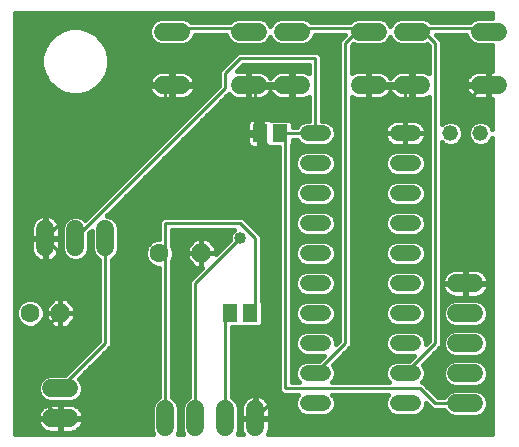
<source format=gtl>
G75*
%MOIN*%
%OFA0B0*%
%FSLAX24Y24*%
%IPPOS*%
%LPD*%
%AMOC8*
5,1,8,0,0,1.08239X$1,22.5*
%
%ADD10C,0.0520*%
%ADD11C,0.0600*%
%ADD12C,0.0594*%
%ADD13OC8,0.0630*%
%ADD14C,0.0630*%
%ADD15R,0.0512X0.0591*%
%ADD16C,0.0520*%
%ADD17C,0.0100*%
%ADD18C,0.0160*%
%ADD19C,0.0400*%
D10*
X010420Y001682D02*
X010940Y001682D01*
X010940Y002682D02*
X010420Y002682D01*
X010420Y003682D02*
X010940Y003682D01*
X010940Y004682D02*
X010420Y004682D01*
X010420Y005682D02*
X010940Y005682D01*
X010940Y006682D02*
X010420Y006682D01*
X010420Y007682D02*
X010940Y007682D01*
X010940Y008682D02*
X010420Y008682D01*
X010420Y009682D02*
X010940Y009682D01*
X010940Y010682D02*
X010420Y010682D01*
X013420Y010682D02*
X013940Y010682D01*
X013940Y009682D02*
X013420Y009682D01*
X013420Y008682D02*
X013940Y008682D01*
X013940Y007682D02*
X013420Y007682D01*
X013420Y006682D02*
X013940Y006682D01*
X013940Y005682D02*
X013420Y005682D01*
X013420Y004682D02*
X013940Y004682D01*
X013940Y003682D02*
X013420Y003682D01*
X013420Y002682D02*
X013940Y002682D01*
X013940Y001682D02*
X013420Y001682D01*
D11*
X015380Y001680D02*
X015980Y001680D01*
X015980Y002680D02*
X015380Y002680D01*
X015380Y003680D02*
X015980Y003680D01*
X015980Y004680D02*
X015380Y004680D01*
X015380Y005680D02*
X015980Y005680D01*
X008680Y001480D02*
X008680Y000880D01*
X007680Y000880D02*
X007680Y001480D01*
X006680Y001480D02*
X006680Y000880D01*
X005680Y000880D02*
X005680Y001480D01*
X003680Y006880D02*
X003680Y007480D01*
X002680Y007480D02*
X002680Y006880D01*
X001680Y006880D02*
X001680Y007480D01*
X005600Y012290D02*
X006200Y012290D01*
X008160Y012290D02*
X008760Y012290D01*
X009600Y012290D02*
X010200Y012290D01*
X010200Y014070D02*
X009600Y014070D01*
X008760Y014070D02*
X008160Y014070D01*
X006200Y014070D02*
X005600Y014070D01*
X012160Y014070D02*
X012760Y014070D01*
X013600Y014070D02*
X014200Y014070D01*
X014200Y012290D02*
X013600Y012290D01*
X012760Y012290D02*
X012160Y012290D01*
X016160Y012290D02*
X016760Y012290D01*
X016760Y014070D02*
X016160Y014070D01*
D12*
X002477Y002180D02*
X001883Y002180D01*
X001883Y001180D02*
X002477Y001180D01*
D13*
X002180Y004680D03*
X006880Y006680D03*
D14*
X005480Y006680D03*
X001180Y004680D03*
D15*
X007845Y004680D03*
X008515Y004680D03*
X008845Y010680D03*
X009515Y010680D03*
D16*
X015180Y010680D03*
X016180Y010680D03*
D17*
X015680Y011680D02*
X016180Y012180D01*
X016460Y012290D01*
X015680Y011680D02*
X015680Y005680D01*
X014680Y003680D02*
X014680Y013680D01*
X014180Y014180D01*
X013900Y014070D01*
X014180Y014180D02*
X016180Y014180D01*
X016460Y014070D01*
X013900Y012290D02*
X013680Y012180D01*
X012680Y012180D01*
X012460Y012290D01*
X013680Y012180D02*
X013680Y010682D01*
X013680Y010680D01*
X010680Y010680D02*
X010680Y010682D01*
X010680Y013180D01*
X008180Y013180D01*
X007680Y012680D01*
X007680Y012180D01*
X002680Y007180D01*
X002180Y006680D02*
X002180Y004680D01*
X001180Y003680D01*
X001180Y002180D01*
X002180Y001180D01*
X002180Y002180D02*
X003680Y003680D01*
X003680Y007180D01*
X002180Y006680D02*
X001680Y007180D01*
X005680Y011180D01*
X005680Y012180D01*
X005900Y012290D01*
X005900Y014070D02*
X006180Y014180D01*
X008180Y014180D01*
X008460Y014070D01*
X009900Y014070D02*
X010180Y014180D01*
X012180Y014180D01*
X012460Y014070D01*
X012180Y014180D02*
X011680Y013680D01*
X011680Y003680D01*
X010680Y002680D01*
X010680Y002682D01*
X009680Y002180D02*
X009680Y010680D01*
X009515Y010680D01*
X009680Y010680D02*
X010680Y010680D01*
X009180Y010180D02*
X008680Y010680D01*
X008845Y010680D01*
X008680Y010680D02*
X008680Y012180D01*
X008460Y012290D01*
X008680Y012180D02*
X009680Y012180D01*
X009900Y012290D01*
X009180Y010180D02*
X009180Y001680D01*
X008680Y001180D01*
X007680Y001180D02*
X007680Y004680D01*
X007845Y004680D01*
X008515Y004680D02*
X008680Y004680D01*
X008680Y007180D01*
X008180Y007680D01*
X005680Y007680D01*
X005680Y006680D01*
X005480Y006680D01*
X005680Y006680D02*
X005680Y001180D01*
X006680Y001180D02*
X006680Y005680D01*
X008180Y007180D01*
X013680Y002682D02*
X013680Y002680D01*
X014680Y003680D01*
X014180Y002180D02*
X009680Y002180D01*
X014180Y002180D02*
X014680Y001680D01*
X015680Y001680D01*
D18*
X000660Y000660D02*
X000660Y014696D01*
X016570Y014696D01*
X016570Y014530D01*
X016068Y014530D01*
X015899Y014460D01*
X015829Y014390D01*
X014531Y014390D01*
X014461Y014460D01*
X014291Y014530D01*
X013508Y014530D01*
X013339Y014460D01*
X013210Y014331D01*
X013180Y014258D01*
X013150Y014331D01*
X013021Y014460D01*
X012851Y014530D01*
X012068Y014530D01*
X011899Y014460D01*
X011829Y014390D01*
X010531Y014390D01*
X010461Y014460D01*
X010291Y014530D01*
X009508Y014530D01*
X009339Y014460D01*
X009210Y014331D01*
X009180Y014258D01*
X009150Y014331D01*
X009021Y014460D01*
X008851Y014530D01*
X008068Y014530D01*
X007899Y014460D01*
X007829Y014390D01*
X006531Y014390D01*
X006461Y014460D01*
X006291Y014530D01*
X005508Y014530D01*
X005339Y014460D01*
X005210Y014331D01*
X005140Y014161D01*
X005140Y013978D01*
X005210Y013809D01*
X005339Y013680D01*
X005508Y013610D01*
X006291Y013610D01*
X006461Y013680D01*
X006590Y013809D01*
X006656Y013970D01*
X007704Y013970D01*
X007770Y013809D01*
X007899Y013680D01*
X008068Y013610D01*
X008851Y013610D01*
X009021Y013680D01*
X009150Y013809D01*
X009180Y013882D01*
X009210Y013809D01*
X009339Y013680D01*
X009508Y013610D01*
X010291Y013610D01*
X010461Y013680D01*
X010590Y013809D01*
X010656Y013970D01*
X011673Y013970D01*
X011470Y013767D01*
X011470Y003767D01*
X011360Y003657D01*
X011360Y003766D01*
X011296Y003920D01*
X011178Y004038D01*
X011024Y004102D01*
X010336Y004102D01*
X010182Y004038D01*
X010064Y003920D01*
X010000Y003766D01*
X010000Y003598D01*
X010064Y003444D01*
X010182Y003326D01*
X010336Y003262D01*
X010965Y003262D01*
X010805Y003102D01*
X010336Y003102D01*
X010182Y003038D01*
X010064Y002920D01*
X010000Y002766D01*
X010000Y002598D01*
X010064Y002444D01*
X010118Y002390D01*
X009890Y002390D01*
X009890Y010278D01*
X009931Y010318D01*
X009931Y010470D01*
X010053Y010470D01*
X010064Y010444D01*
X010182Y010326D01*
X010336Y010262D01*
X011024Y010262D01*
X011178Y010326D01*
X011296Y010444D01*
X011360Y010598D01*
X011360Y010766D01*
X011296Y010920D01*
X011178Y011038D01*
X011024Y011102D01*
X010890Y011102D01*
X010890Y013267D01*
X010767Y013390D01*
X008093Y013390D01*
X007970Y013267D01*
X007470Y012767D01*
X007470Y012267D01*
X003007Y007804D01*
X002941Y007870D01*
X002771Y007940D01*
X002588Y007940D01*
X002419Y007870D01*
X002290Y007741D01*
X002220Y007571D01*
X002220Y006788D01*
X002290Y006619D01*
X002419Y006490D01*
X002588Y006420D01*
X002771Y006420D01*
X002941Y006490D01*
X003070Y006619D01*
X003140Y006788D01*
X003140Y007343D01*
X003220Y007423D01*
X003220Y006788D01*
X003290Y006619D01*
X003419Y006490D01*
X003470Y006469D01*
X003470Y003767D01*
X002340Y002637D01*
X001792Y002637D01*
X001624Y002567D01*
X001496Y002439D01*
X001426Y002271D01*
X001426Y002089D01*
X001496Y001921D01*
X001624Y001793D01*
X001792Y001723D01*
X002568Y001723D01*
X002736Y001793D01*
X002864Y001921D01*
X002934Y002089D01*
X002934Y002271D01*
X002864Y002439D01*
X002800Y002503D01*
X003767Y003470D01*
X003890Y003593D01*
X003890Y006469D01*
X003941Y006490D01*
X004070Y006619D01*
X004140Y006788D01*
X004140Y007571D01*
X004070Y007741D01*
X003941Y007870D01*
X003771Y007940D01*
X003737Y007940D01*
X007767Y011970D01*
X007786Y011989D01*
X007794Y011977D01*
X007847Y011924D01*
X007908Y011879D01*
X007976Y011845D01*
X008048Y011822D01*
X008122Y011810D01*
X008440Y011810D01*
X008440Y012270D01*
X008480Y012270D01*
X008480Y012310D01*
X009880Y012310D01*
X009880Y012770D01*
X009562Y012770D01*
X009488Y012758D01*
X009416Y012735D01*
X009348Y012701D01*
X009287Y012656D01*
X009234Y012603D01*
X009189Y012542D01*
X009180Y012523D01*
X009171Y012542D01*
X009126Y012603D01*
X009073Y012656D01*
X009012Y012701D01*
X008944Y012735D01*
X008872Y012758D01*
X008798Y012770D01*
X008480Y012770D01*
X008480Y012310D01*
X008440Y012310D01*
X008440Y012770D01*
X008122Y012770D01*
X008057Y012760D01*
X008267Y012970D01*
X010470Y012970D01*
X010470Y012687D01*
X010452Y012701D01*
X010384Y012735D01*
X010312Y012758D01*
X010238Y012770D01*
X009920Y012770D01*
X009920Y012310D01*
X009880Y012310D01*
X009880Y012270D01*
X009120Y012270D01*
X008480Y012270D01*
X008480Y011810D01*
X008798Y011810D01*
X008872Y011822D01*
X008944Y011845D01*
X009012Y011879D01*
X009073Y011924D01*
X009126Y011977D01*
X009171Y012038D01*
X009180Y012057D01*
X009189Y012038D01*
X009234Y011977D01*
X009287Y011924D01*
X009348Y011879D01*
X009416Y011845D01*
X009488Y011822D01*
X009562Y011810D01*
X009880Y011810D01*
X009880Y012270D01*
X009920Y012270D01*
X009920Y011810D01*
X010238Y011810D01*
X010312Y011822D01*
X010384Y011845D01*
X010452Y011879D01*
X010470Y011893D01*
X010470Y011102D01*
X010336Y011102D01*
X010182Y011038D01*
X010064Y010920D01*
X010052Y010890D01*
X009931Y010890D01*
X009931Y011042D01*
X009837Y011135D01*
X009192Y011135D01*
X009189Y011132D01*
X009171Y011143D01*
X009125Y011155D01*
X008893Y011155D01*
X008893Y010728D01*
X008797Y010728D01*
X008797Y010632D01*
X008409Y010632D01*
X008409Y010361D01*
X008422Y010315D01*
X008445Y010274D01*
X008479Y010241D01*
X008520Y010217D01*
X008566Y010205D01*
X008797Y010205D01*
X008797Y010632D01*
X008893Y010632D01*
X008893Y010205D01*
X009125Y010205D01*
X009171Y010217D01*
X009189Y010228D01*
X009192Y010225D01*
X009470Y010225D01*
X009470Y002093D01*
X009593Y001970D01*
X010114Y001970D01*
X010064Y001920D01*
X010000Y001766D01*
X010000Y001598D01*
X010064Y001444D01*
X010182Y001326D01*
X010336Y001262D01*
X011024Y001262D01*
X011178Y001326D01*
X011296Y001444D01*
X011360Y001598D01*
X011360Y001766D01*
X011296Y001920D01*
X011246Y001970D01*
X013114Y001970D01*
X013064Y001920D01*
X013000Y001766D01*
X013000Y001598D01*
X013064Y001444D01*
X013182Y001326D01*
X013336Y001262D01*
X014024Y001262D01*
X014178Y001326D01*
X014296Y001444D01*
X014360Y001598D01*
X014360Y001703D01*
X014593Y001470D01*
X014969Y001470D01*
X014990Y001419D01*
X015119Y001290D01*
X015288Y001220D01*
X016071Y001220D01*
X016241Y001290D01*
X016370Y001419D01*
X016440Y001588D01*
X016440Y001771D01*
X016370Y001941D01*
X016241Y002070D01*
X016071Y002140D01*
X015288Y002140D01*
X015119Y002070D01*
X014990Y001941D01*
X014969Y001890D01*
X014767Y001890D01*
X014390Y002267D01*
X014267Y002390D01*
X014242Y002390D01*
X014296Y002444D01*
X014360Y002598D01*
X014360Y002766D01*
X014296Y002920D01*
X014256Y002959D01*
X014767Y003470D01*
X014890Y003593D01*
X014890Y010376D01*
X014942Y010324D01*
X014890Y010324D01*
X014942Y010324D02*
X015096Y010260D01*
X015264Y010260D01*
X015418Y010324D01*
X015942Y010324D01*
X016096Y010260D01*
X016264Y010260D01*
X016418Y010324D01*
X016570Y010324D01*
X016536Y010442D02*
X016570Y010524D01*
X016570Y000660D01*
X009107Y000660D01*
X009125Y000696D01*
X009148Y000768D01*
X009160Y000842D01*
X009160Y001160D01*
X008700Y001160D01*
X008700Y001200D01*
X008660Y001200D01*
X008660Y001960D01*
X008642Y001960D01*
X008568Y001948D01*
X008496Y001925D01*
X008428Y001891D01*
X008367Y001846D01*
X008314Y001793D01*
X008269Y001732D01*
X008235Y001664D01*
X008212Y001592D01*
X008200Y001518D01*
X008200Y001200D01*
X008660Y001200D01*
X008660Y001160D01*
X008200Y001160D01*
X008200Y000842D01*
X008212Y000768D01*
X008235Y000696D01*
X008253Y000660D01*
X008087Y000660D01*
X008140Y000788D01*
X008140Y001571D01*
X008070Y001741D01*
X007941Y001870D01*
X007890Y001891D01*
X007890Y004225D01*
X008168Y004225D01*
X008180Y004237D01*
X008192Y004225D01*
X008837Y004225D01*
X008931Y004318D01*
X008931Y005042D01*
X008890Y005082D01*
X008890Y007267D01*
X008390Y007767D01*
X008267Y007890D01*
X005593Y007890D01*
X005470Y007767D01*
X005470Y007155D01*
X005386Y007155D01*
X005211Y007083D01*
X005077Y006949D01*
X005005Y006774D01*
X005005Y006586D01*
X005077Y006411D01*
X005211Y006277D01*
X005386Y006205D01*
X005470Y006205D01*
X005470Y001891D01*
X005419Y001870D01*
X005290Y001741D01*
X005220Y001571D01*
X005220Y000788D01*
X005273Y000660D01*
X000660Y000660D01*
X000660Y000814D02*
X001576Y000814D01*
X001573Y000816D02*
X001633Y000772D01*
X001700Y000738D01*
X001771Y000715D01*
X001846Y000703D01*
X002162Y000703D01*
X002162Y001162D01*
X002198Y001162D01*
X002198Y001198D01*
X002162Y001198D01*
X002162Y001657D01*
X001846Y001657D01*
X001771Y001645D01*
X001700Y001622D01*
X001633Y001588D01*
X001573Y001544D01*
X001519Y001491D01*
X001475Y001430D01*
X001441Y001363D01*
X001418Y001292D01*
X001406Y001218D01*
X001406Y001198D01*
X002162Y001198D01*
X002162Y001162D01*
X001406Y001162D01*
X001406Y001142D01*
X001418Y001068D01*
X001441Y000997D01*
X001475Y000930D01*
X001519Y000869D01*
X001573Y000816D01*
X001454Y000973D02*
X000660Y000973D01*
X000660Y001131D02*
X001408Y001131D01*
X001418Y001290D02*
X000660Y001290D01*
X000660Y001448D02*
X001488Y001448D01*
X001670Y001607D02*
X000660Y001607D01*
X000660Y001765D02*
X001691Y001765D01*
X001495Y001924D02*
X000660Y001924D01*
X000660Y002082D02*
X001429Y002082D01*
X001426Y002241D02*
X000660Y002241D01*
X000660Y002399D02*
X001479Y002399D01*
X001615Y002558D02*
X000660Y002558D01*
X000660Y002716D02*
X002419Y002716D01*
X002578Y002875D02*
X000660Y002875D01*
X000660Y003033D02*
X002736Y003033D01*
X002895Y003192D02*
X000660Y003192D01*
X000660Y003350D02*
X003053Y003350D01*
X003212Y003509D02*
X000660Y003509D01*
X000660Y003667D02*
X003370Y003667D01*
X003470Y003826D02*
X000660Y003826D01*
X000660Y003984D02*
X003470Y003984D01*
X003470Y004143D02*
X000660Y004143D01*
X000660Y004301D02*
X000887Y004301D01*
X000911Y004277D02*
X001086Y004205D01*
X001274Y004205D01*
X001449Y004277D01*
X001583Y004411D01*
X001655Y004586D01*
X001655Y004774D01*
X001583Y004949D01*
X001449Y005083D01*
X001274Y005155D01*
X001086Y005155D01*
X000911Y005083D01*
X000777Y004949D01*
X000705Y004774D01*
X000705Y004586D01*
X000777Y004411D01*
X000911Y004277D01*
X000757Y004460D02*
X000660Y004460D01*
X000660Y004618D02*
X000705Y004618D01*
X000706Y004777D02*
X000660Y004777D01*
X000660Y004935D02*
X000771Y004935D01*
X000660Y005094D02*
X000937Y005094D01*
X000660Y005252D02*
X003470Y005252D01*
X003470Y005094D02*
X002467Y005094D01*
X002385Y005175D02*
X002180Y005175D01*
X002180Y004680D01*
X002675Y004680D01*
X002675Y004885D01*
X002385Y005175D01*
X002180Y005175D02*
X001975Y005175D01*
X001685Y004885D01*
X001685Y004680D01*
X002180Y004680D01*
X002180Y004680D01*
X002180Y004680D01*
X002675Y004680D01*
X002675Y004475D01*
X002385Y004185D01*
X002180Y004185D01*
X002180Y004680D01*
X002180Y004680D01*
X002180Y004680D01*
X002180Y005175D01*
X002180Y005094D02*
X002180Y005094D01*
X002180Y004935D02*
X002180Y004935D01*
X002180Y004777D02*
X002180Y004777D01*
X002180Y004680D02*
X001685Y004680D01*
X001685Y004475D01*
X001975Y004185D01*
X002180Y004185D01*
X002180Y004680D01*
X002180Y004618D02*
X002180Y004618D01*
X002180Y004460D02*
X002180Y004460D01*
X002180Y004301D02*
X002180Y004301D01*
X002501Y004301D02*
X003470Y004301D01*
X003470Y004460D02*
X002660Y004460D01*
X002675Y004618D02*
X003470Y004618D01*
X003470Y004777D02*
X002675Y004777D01*
X002625Y004935D02*
X003470Y004935D01*
X003890Y004935D02*
X005470Y004935D01*
X005470Y004777D02*
X003890Y004777D01*
X003890Y004618D02*
X005470Y004618D01*
X005470Y004460D02*
X003890Y004460D01*
X003890Y004301D02*
X005470Y004301D01*
X005470Y004143D02*
X003890Y004143D01*
X003890Y003984D02*
X005470Y003984D01*
X005470Y003826D02*
X003890Y003826D01*
X003890Y003667D02*
X005470Y003667D01*
X005470Y003509D02*
X003805Y003509D01*
X003647Y003350D02*
X005470Y003350D01*
X005470Y003192D02*
X003488Y003192D01*
X003330Y003033D02*
X005470Y003033D01*
X005470Y002875D02*
X003171Y002875D01*
X003013Y002716D02*
X005470Y002716D01*
X005470Y002558D02*
X002854Y002558D01*
X002881Y002399D02*
X005470Y002399D01*
X005470Y002241D02*
X002934Y002241D01*
X002931Y002082D02*
X005470Y002082D01*
X005470Y001924D02*
X002865Y001924D01*
X002669Y001765D02*
X005314Y001765D01*
X005234Y001607D02*
X002690Y001607D01*
X002660Y001622D02*
X002589Y001645D01*
X002514Y001657D01*
X002198Y001657D01*
X002198Y001198D01*
X002954Y001198D01*
X002954Y001218D01*
X002942Y001292D01*
X002919Y001363D01*
X002885Y001430D01*
X002841Y001491D01*
X002787Y001544D01*
X002727Y001588D01*
X002660Y001622D01*
X002872Y001448D02*
X005220Y001448D01*
X005220Y001290D02*
X002942Y001290D01*
X002954Y001162D02*
X002198Y001162D01*
X002198Y000703D01*
X002514Y000703D01*
X002589Y000715D01*
X002660Y000738D01*
X002727Y000772D01*
X002787Y000816D01*
X002841Y000869D01*
X002885Y000930D01*
X002919Y000997D01*
X002942Y001068D01*
X002954Y001142D01*
X002954Y001162D01*
X002952Y001131D02*
X005220Y001131D01*
X005220Y000973D02*
X002906Y000973D01*
X002784Y000814D02*
X005220Y000814D01*
X006087Y000660D02*
X006140Y000788D01*
X006140Y001571D01*
X006070Y001741D01*
X005941Y001870D01*
X005890Y001891D01*
X005890Y006429D01*
X005955Y006586D01*
X005955Y006774D01*
X005890Y006931D01*
X005890Y007470D01*
X007961Y007470D01*
X007875Y007384D01*
X007820Y007252D01*
X007820Y007117D01*
X007375Y006672D01*
X007375Y006680D01*
X007375Y006885D01*
X007085Y007175D01*
X006880Y007175D01*
X006880Y006680D01*
X006880Y006680D01*
X007375Y006680D01*
X006880Y006680D01*
X006880Y006680D01*
X006880Y006185D01*
X006888Y006185D01*
X006593Y005890D01*
X006470Y005767D01*
X006470Y001891D01*
X006419Y001870D01*
X006290Y001741D01*
X006220Y001571D01*
X006220Y000788D01*
X006273Y000660D01*
X006087Y000660D01*
X006140Y000814D02*
X006220Y000814D01*
X006220Y000973D02*
X006140Y000973D01*
X006140Y001131D02*
X006220Y001131D01*
X006220Y001290D02*
X006140Y001290D01*
X006140Y001448D02*
X006220Y001448D01*
X006234Y001607D02*
X006126Y001607D01*
X006046Y001765D02*
X006314Y001765D01*
X006470Y001924D02*
X005890Y001924D01*
X005890Y002082D02*
X006470Y002082D01*
X006470Y002241D02*
X005890Y002241D01*
X005890Y002399D02*
X006470Y002399D01*
X006470Y002558D02*
X005890Y002558D01*
X005890Y002716D02*
X006470Y002716D01*
X006470Y002875D02*
X005890Y002875D01*
X005890Y003033D02*
X006470Y003033D01*
X006470Y003192D02*
X005890Y003192D01*
X005890Y003350D02*
X006470Y003350D01*
X006470Y003509D02*
X005890Y003509D01*
X005890Y003667D02*
X006470Y003667D01*
X006470Y003826D02*
X005890Y003826D01*
X005890Y003984D02*
X006470Y003984D01*
X006470Y004143D02*
X005890Y004143D01*
X005890Y004301D02*
X006470Y004301D01*
X006470Y004460D02*
X005890Y004460D01*
X005890Y004618D02*
X006470Y004618D01*
X006470Y004777D02*
X005890Y004777D01*
X005890Y004935D02*
X006470Y004935D01*
X006470Y005094D02*
X005890Y005094D01*
X005890Y005252D02*
X006470Y005252D01*
X006470Y005411D02*
X005890Y005411D01*
X005890Y005569D02*
X006470Y005569D01*
X006470Y005728D02*
X005890Y005728D01*
X005890Y005886D02*
X006589Y005886D01*
X006748Y006045D02*
X005890Y006045D01*
X005890Y006203D02*
X006657Y006203D01*
X006675Y006185D02*
X006880Y006185D01*
X006880Y006680D01*
X006880Y006680D01*
X006880Y006680D01*
X006385Y006680D01*
X006385Y006885D01*
X006675Y007175D01*
X006880Y007175D01*
X006880Y006680D01*
X006385Y006680D01*
X006385Y006475D01*
X006675Y006185D01*
X006880Y006203D02*
X006880Y006203D01*
X006880Y006362D02*
X006880Y006362D01*
X006880Y006520D02*
X006880Y006520D01*
X006880Y006679D02*
X006880Y006679D01*
X006880Y006837D02*
X006880Y006837D01*
X006880Y006996D02*
X006880Y006996D01*
X006880Y007154D02*
X006880Y007154D01*
X007106Y007154D02*
X007820Y007154D01*
X007845Y007313D02*
X005890Y007313D01*
X005890Y007154D02*
X006654Y007154D01*
X006495Y006996D02*
X005890Y006996D01*
X005929Y006837D02*
X006385Y006837D01*
X006385Y006679D02*
X005955Y006679D01*
X005928Y006520D02*
X006385Y006520D01*
X006498Y006362D02*
X005890Y006362D01*
X005470Y006203D02*
X003890Y006203D01*
X003890Y006045D02*
X005470Y006045D01*
X005470Y005886D02*
X003890Y005886D01*
X003890Y005728D02*
X005470Y005728D01*
X005470Y005569D02*
X003890Y005569D01*
X003890Y005411D02*
X005470Y005411D01*
X005470Y005252D02*
X003890Y005252D01*
X003890Y005094D02*
X005470Y005094D01*
X005127Y006362D02*
X003890Y006362D01*
X003971Y006520D02*
X005032Y006520D01*
X005005Y006679D02*
X004094Y006679D01*
X004140Y006837D02*
X005031Y006837D01*
X005124Y006996D02*
X004140Y006996D01*
X004140Y007154D02*
X005383Y007154D01*
X005470Y007313D02*
X004140Y007313D01*
X004140Y007471D02*
X005470Y007471D01*
X005470Y007630D02*
X004116Y007630D01*
X004023Y007788D02*
X005491Y007788D01*
X004536Y008739D02*
X009470Y008739D01*
X009470Y008581D02*
X004377Y008581D01*
X004219Y008422D02*
X009470Y008422D01*
X009470Y008264D02*
X004060Y008264D01*
X003902Y008105D02*
X009470Y008105D01*
X009470Y007947D02*
X003743Y007947D01*
X003467Y008264D02*
X000660Y008264D01*
X000660Y008422D02*
X003625Y008422D01*
X003784Y008581D02*
X000660Y008581D01*
X000660Y008739D02*
X003942Y008739D01*
X004101Y008898D02*
X000660Y008898D01*
X000660Y009056D02*
X004259Y009056D01*
X004418Y009215D02*
X000660Y009215D01*
X000660Y009373D02*
X004576Y009373D01*
X004735Y009532D02*
X000660Y009532D01*
X000660Y009690D02*
X004893Y009690D01*
X005052Y009849D02*
X000660Y009849D01*
X000660Y010007D02*
X005210Y010007D01*
X005369Y010166D02*
X000660Y010166D01*
X000660Y010324D02*
X005527Y010324D01*
X005686Y010483D02*
X000660Y010483D01*
X000660Y010641D02*
X005844Y010641D01*
X006003Y010800D02*
X000660Y010800D01*
X000660Y010958D02*
X006161Y010958D01*
X006320Y011117D02*
X000660Y011117D01*
X000660Y011275D02*
X006478Y011275D01*
X006637Y011434D02*
X000660Y011434D01*
X000660Y011592D02*
X006795Y011592D01*
X006954Y011751D02*
X000660Y011751D01*
X000660Y011909D02*
X005308Y011909D01*
X005287Y011924D02*
X005348Y011879D01*
X005416Y011845D01*
X005488Y011822D01*
X005562Y011810D01*
X005880Y011810D01*
X005880Y012270D01*
X005920Y012270D01*
X005920Y012310D01*
X005880Y012310D01*
X005880Y012770D01*
X005562Y012770D01*
X005488Y012758D01*
X005416Y012735D01*
X005348Y012701D01*
X005287Y012656D01*
X005234Y012603D01*
X005189Y012542D01*
X005155Y012474D01*
X005132Y012402D01*
X005120Y012328D01*
X005120Y012310D01*
X005880Y012310D01*
X005880Y012270D01*
X005120Y012270D01*
X005120Y012252D01*
X005132Y012178D01*
X005155Y012106D01*
X005189Y012038D01*
X005234Y011977D01*
X005287Y011924D01*
X005175Y012068D02*
X003186Y012068D01*
X003116Y012027D02*
X003374Y012176D01*
X003584Y012386D01*
X003733Y012644D01*
X003810Y012931D01*
X003810Y013229D01*
X003733Y013516D01*
X003584Y013774D01*
X003374Y013984D01*
X003116Y014133D01*
X002829Y014210D01*
X002531Y014210D01*
X002244Y014133D01*
X001986Y013984D01*
X001776Y013774D01*
X001627Y013516D01*
X001550Y013229D01*
X001550Y012931D01*
X001627Y012644D01*
X001776Y012386D01*
X001986Y012176D01*
X002244Y012027D01*
X002531Y011950D01*
X002829Y011950D01*
X003116Y012027D01*
X003424Y012226D02*
X005124Y012226D01*
X005129Y012385D02*
X003583Y012385D01*
X003675Y012543D02*
X005191Y012543D01*
X005350Y012702D02*
X003748Y012702D01*
X003791Y012860D02*
X007563Y012860D01*
X007470Y012702D02*
X006450Y012702D01*
X006452Y012701D02*
X006384Y012735D01*
X006312Y012758D01*
X006238Y012770D01*
X005920Y012770D01*
X005920Y012310D01*
X006680Y012310D01*
X006680Y012328D01*
X006668Y012402D01*
X006645Y012474D01*
X006611Y012542D01*
X006566Y012603D01*
X006513Y012656D01*
X006452Y012701D01*
X006609Y012543D02*
X007470Y012543D01*
X007470Y012385D02*
X006671Y012385D01*
X006680Y012270D02*
X005920Y012270D01*
X005920Y011810D01*
X006238Y011810D01*
X006312Y011822D01*
X006384Y011845D01*
X006452Y011879D01*
X006513Y011924D01*
X006566Y011977D01*
X006611Y012038D01*
X006645Y012106D01*
X006668Y012178D01*
X006680Y012252D01*
X006680Y012270D01*
X006676Y012226D02*
X007429Y012226D01*
X007271Y012068D02*
X006625Y012068D01*
X006492Y011909D02*
X007112Y011909D01*
X007389Y011592D02*
X010470Y011592D01*
X010470Y011434D02*
X007231Y011434D01*
X007072Y011275D02*
X010470Y011275D01*
X010470Y011117D02*
X009856Y011117D01*
X009931Y010958D02*
X010102Y010958D01*
X010187Y010324D02*
X009931Y010324D01*
X009890Y010166D02*
X011470Y010166D01*
X011470Y010324D02*
X011173Y010324D01*
X011312Y010483D02*
X011470Y010483D01*
X011470Y010641D02*
X011360Y010641D01*
X011346Y010800D02*
X011470Y010800D01*
X011470Y010958D02*
X011258Y010958D01*
X011470Y011117D02*
X010890Y011117D01*
X010890Y011275D02*
X011470Y011275D01*
X011470Y011434D02*
X010890Y011434D01*
X010890Y011592D02*
X011470Y011592D01*
X011470Y011751D02*
X010890Y011751D01*
X010890Y011909D02*
X011470Y011909D01*
X011470Y012068D02*
X010890Y012068D01*
X010890Y012226D02*
X011470Y012226D01*
X011470Y012385D02*
X010890Y012385D01*
X010890Y012543D02*
X011470Y012543D01*
X011470Y012702D02*
X010890Y012702D01*
X010890Y012860D02*
X011470Y012860D01*
X011470Y013019D02*
X010890Y013019D01*
X010890Y013177D02*
X011470Y013177D01*
X011470Y013336D02*
X010821Y013336D01*
X010591Y013811D02*
X011514Y013811D01*
X011470Y013653D02*
X010394Y013653D01*
X010656Y013970D02*
X011673Y013970D01*
X011954Y013657D02*
X012068Y013610D01*
X012851Y013610D01*
X013021Y013680D01*
X013150Y013809D01*
X013180Y013882D01*
X013210Y013809D01*
X013339Y013680D01*
X013508Y013610D01*
X014291Y013610D01*
X014406Y013657D01*
X014470Y013593D01*
X014470Y012687D01*
X014452Y012701D01*
X014384Y012735D01*
X014312Y012758D01*
X014238Y012770D01*
X013920Y012770D01*
X013920Y012310D01*
X013880Y012310D01*
X013880Y012770D01*
X013562Y012770D01*
X013488Y012758D01*
X013416Y012735D01*
X013348Y012701D01*
X013287Y012656D01*
X013234Y012603D01*
X013189Y012542D01*
X013180Y012523D01*
X013171Y012542D01*
X013126Y012603D01*
X013073Y012656D01*
X013012Y012701D01*
X012944Y012735D01*
X012872Y012758D01*
X012798Y012770D01*
X012480Y012770D01*
X012480Y012310D01*
X013240Y012310D01*
X013880Y012310D01*
X013880Y012270D01*
X012480Y012270D01*
X012480Y012310D01*
X012440Y012310D01*
X012440Y012770D01*
X012122Y012770D01*
X012048Y012758D01*
X011976Y012735D01*
X011908Y012701D01*
X011890Y012687D01*
X011890Y013593D01*
X011954Y013657D01*
X011950Y013653D02*
X011966Y013653D01*
X011890Y013494D02*
X014470Y013494D01*
X014470Y013336D02*
X011890Y013336D01*
X011890Y013177D02*
X014470Y013177D01*
X014470Y013019D02*
X011890Y013019D01*
X011890Y012860D02*
X014470Y012860D01*
X014470Y012702D02*
X014450Y012702D01*
X014890Y012702D02*
X015910Y012702D01*
X015908Y012701D02*
X015847Y012656D01*
X015794Y012603D01*
X015749Y012542D01*
X015715Y012474D01*
X015692Y012402D01*
X015680Y012328D01*
X015680Y012310D01*
X016440Y012310D01*
X016440Y012770D01*
X016122Y012770D01*
X016048Y012758D01*
X015976Y012735D01*
X015908Y012701D01*
X015751Y012543D02*
X014890Y012543D01*
X014890Y012385D02*
X015689Y012385D01*
X015680Y012270D02*
X015680Y012252D01*
X015692Y012178D01*
X015715Y012106D01*
X015749Y012038D01*
X015794Y011977D01*
X015847Y011924D01*
X015908Y011879D01*
X015976Y011845D01*
X016048Y011822D01*
X016122Y011810D01*
X016440Y011810D01*
X016440Y012270D01*
X016480Y012270D01*
X016480Y011810D01*
X016570Y011810D01*
X016570Y010836D01*
X016536Y010918D01*
X016418Y011036D01*
X016264Y011100D01*
X016096Y011100D01*
X015942Y011036D01*
X015824Y010918D01*
X015760Y010764D01*
X015760Y010596D01*
X015824Y010442D01*
X015942Y010324D01*
X015807Y010483D02*
X015553Y010483D01*
X015536Y010442D02*
X015600Y010596D01*
X015600Y010764D01*
X015536Y010918D01*
X015418Y011036D01*
X015264Y011100D01*
X015096Y011100D01*
X014942Y011036D01*
X014890Y010984D01*
X014890Y013767D01*
X014687Y013970D01*
X015704Y013970D01*
X015770Y013809D01*
X015899Y013680D01*
X016068Y013610D01*
X016570Y013610D01*
X016570Y012770D01*
X016480Y012770D01*
X016480Y012310D01*
X016440Y012310D01*
X016440Y012270D01*
X015680Y012270D01*
X015684Y012226D02*
X014890Y012226D01*
X014890Y012068D02*
X015735Y012068D01*
X015868Y011909D02*
X014890Y011909D01*
X014890Y011751D02*
X016570Y011751D01*
X016570Y011592D02*
X014890Y011592D01*
X014890Y011434D02*
X016570Y011434D01*
X016570Y011275D02*
X014890Y011275D01*
X014890Y011117D02*
X016570Y011117D01*
X016570Y010958D02*
X016496Y010958D01*
X016553Y010483D02*
X016570Y010483D01*
X016536Y010442D02*
X016418Y010324D01*
X016570Y010166D02*
X014890Y010166D01*
X014890Y010007D02*
X016570Y010007D01*
X016570Y009849D02*
X014890Y009849D01*
X014890Y009690D02*
X016570Y009690D01*
X016570Y009532D02*
X014890Y009532D01*
X014890Y009373D02*
X016570Y009373D01*
X016570Y009215D02*
X014890Y009215D01*
X014890Y009056D02*
X016570Y009056D01*
X016570Y008898D02*
X014890Y008898D01*
X014890Y008739D02*
X016570Y008739D01*
X016570Y008581D02*
X014890Y008581D01*
X014890Y008422D02*
X016570Y008422D01*
X016570Y008264D02*
X014890Y008264D01*
X014890Y008105D02*
X016570Y008105D01*
X016570Y007947D02*
X014890Y007947D01*
X014890Y007788D02*
X016570Y007788D01*
X016570Y007630D02*
X014890Y007630D01*
X014890Y007471D02*
X016570Y007471D01*
X016570Y007313D02*
X014890Y007313D01*
X014890Y007154D02*
X016570Y007154D01*
X016570Y006996D02*
X014890Y006996D01*
X014890Y006837D02*
X016570Y006837D01*
X016570Y006679D02*
X014890Y006679D01*
X014890Y006520D02*
X016570Y006520D01*
X016570Y006362D02*
X014890Y006362D01*
X014890Y006203D02*
X016570Y006203D01*
X016570Y006045D02*
X016294Y006045D01*
X016293Y006046D02*
X016232Y006091D01*
X016164Y006125D01*
X016092Y006148D01*
X016018Y006160D01*
X015700Y006160D01*
X015700Y005700D01*
X015660Y005700D01*
X015660Y006160D01*
X015342Y006160D01*
X015268Y006148D01*
X015196Y006125D01*
X015128Y006091D01*
X015067Y006046D01*
X015014Y005993D01*
X014969Y005932D01*
X014935Y005864D01*
X014912Y005792D01*
X014900Y005718D01*
X014900Y005700D01*
X015660Y005700D01*
X015660Y005660D01*
X015700Y005660D01*
X015700Y005700D01*
X016460Y005700D01*
X016460Y005718D01*
X016448Y005792D01*
X016425Y005864D01*
X016391Y005932D01*
X016346Y005993D01*
X016293Y006046D01*
X016414Y005886D02*
X016570Y005886D01*
X016570Y005728D02*
X016458Y005728D01*
X016460Y005660D02*
X015700Y005660D01*
X015700Y005200D01*
X016018Y005200D01*
X016092Y005212D01*
X016164Y005235D01*
X016232Y005269D01*
X016293Y005314D01*
X016346Y005367D01*
X016391Y005428D01*
X016425Y005496D01*
X016448Y005568D01*
X016460Y005642D01*
X016460Y005660D01*
X016448Y005569D02*
X016570Y005569D01*
X016570Y005411D02*
X016378Y005411D01*
X016197Y005252D02*
X016570Y005252D01*
X016570Y005094D02*
X016184Y005094D01*
X016241Y005070D02*
X016071Y005140D01*
X015288Y005140D01*
X015119Y005070D01*
X014990Y004941D01*
X014920Y004771D01*
X014920Y004588D01*
X014990Y004419D01*
X015119Y004290D01*
X015288Y004220D01*
X016071Y004220D01*
X016241Y004290D01*
X016370Y004419D01*
X016440Y004588D01*
X016440Y004771D01*
X016370Y004941D01*
X016241Y005070D01*
X016372Y004935D02*
X016570Y004935D01*
X016570Y004777D02*
X016438Y004777D01*
X016440Y004618D02*
X016570Y004618D01*
X016570Y004460D02*
X016387Y004460D01*
X016252Y004301D02*
X016570Y004301D01*
X016570Y004143D02*
X014890Y004143D01*
X014890Y004301D02*
X015108Y004301D01*
X014973Y004460D02*
X014890Y004460D01*
X014890Y004618D02*
X014920Y004618D01*
X014922Y004777D02*
X014890Y004777D01*
X014890Y004935D02*
X014988Y004935D01*
X014890Y005094D02*
X015176Y005094D01*
X015196Y005235D02*
X015268Y005212D01*
X015342Y005200D01*
X015660Y005200D01*
X015660Y005660D01*
X014900Y005660D01*
X014900Y005642D01*
X014912Y005568D01*
X014935Y005496D01*
X014969Y005428D01*
X015014Y005367D01*
X015067Y005314D01*
X015128Y005269D01*
X015196Y005235D01*
X015163Y005252D02*
X014890Y005252D01*
X014890Y005411D02*
X014982Y005411D01*
X014912Y005569D02*
X014890Y005569D01*
X014890Y005728D02*
X014902Y005728D01*
X014890Y005886D02*
X014946Y005886D01*
X014890Y006045D02*
X015066Y006045D01*
X014470Y006045D02*
X014162Y006045D01*
X014178Y006038D02*
X014024Y006102D01*
X013336Y006102D01*
X013182Y006038D01*
X013064Y005920D01*
X013000Y005766D01*
X013000Y005598D01*
X013064Y005444D01*
X013182Y005326D01*
X013336Y005262D01*
X014024Y005262D01*
X014178Y005326D01*
X014296Y005444D01*
X014360Y005598D01*
X014360Y005766D01*
X014296Y005920D01*
X014178Y006038D01*
X014310Y005886D02*
X014470Y005886D01*
X014470Y005728D02*
X014360Y005728D01*
X014348Y005569D02*
X014470Y005569D01*
X014470Y005411D02*
X014263Y005411D01*
X014470Y005252D02*
X011890Y005252D01*
X011890Y005094D02*
X013316Y005094D01*
X013336Y005102D02*
X013182Y005038D01*
X013064Y004920D01*
X013000Y004766D01*
X013000Y004598D01*
X013064Y004444D01*
X013182Y004326D01*
X013336Y004262D01*
X014024Y004262D01*
X014178Y004326D01*
X014296Y004444D01*
X014360Y004598D01*
X014360Y004766D01*
X014296Y004920D01*
X014178Y005038D01*
X014024Y005102D01*
X013336Y005102D01*
X013079Y004935D02*
X011890Y004935D01*
X011890Y004777D02*
X013005Y004777D01*
X013000Y004618D02*
X011890Y004618D01*
X011890Y004460D02*
X013058Y004460D01*
X013242Y004301D02*
X011890Y004301D01*
X011890Y004143D02*
X014470Y004143D01*
X014470Y004301D02*
X014118Y004301D01*
X014024Y004102D02*
X014178Y004038D01*
X014296Y003920D01*
X014360Y003766D01*
X014360Y003657D01*
X014470Y003767D01*
X014470Y011893D01*
X014452Y011879D01*
X014384Y011845D01*
X014312Y011822D01*
X014238Y011810D01*
X013920Y011810D01*
X013920Y012270D01*
X013880Y012270D01*
X013880Y011810D01*
X013562Y011810D01*
X013488Y011822D01*
X013416Y011845D01*
X013348Y011879D01*
X013287Y011924D01*
X013234Y011977D01*
X013189Y012038D01*
X013180Y012057D01*
X013171Y012038D01*
X013126Y011977D01*
X013073Y011924D01*
X013012Y011879D01*
X012944Y011845D01*
X012872Y011822D01*
X012798Y011810D01*
X012480Y011810D01*
X012480Y012270D01*
X012440Y012270D01*
X012440Y011810D01*
X012122Y011810D01*
X012048Y011822D01*
X011976Y011845D01*
X011908Y011879D01*
X011890Y011893D01*
X011890Y003593D01*
X011767Y003470D01*
X011767Y003470D01*
X011256Y002959D01*
X011296Y002920D01*
X011360Y002766D01*
X011360Y002598D01*
X011296Y002444D01*
X011242Y002390D01*
X013118Y002390D01*
X013064Y002444D01*
X013000Y002598D01*
X013000Y002766D01*
X013064Y002920D01*
X013182Y003038D01*
X013336Y003102D01*
X013805Y003102D01*
X013965Y003262D01*
X013336Y003262D01*
X013182Y003326D01*
X013064Y003444D01*
X013000Y003598D01*
X013000Y003766D01*
X013064Y003920D01*
X013182Y004038D01*
X013336Y004102D01*
X014024Y004102D01*
X014232Y003984D02*
X014470Y003984D01*
X014470Y003826D02*
X014335Y003826D01*
X014360Y003667D02*
X014370Y003667D01*
X014647Y003350D02*
X015059Y003350D01*
X015119Y003290D02*
X014990Y003419D01*
X014920Y003588D01*
X014920Y003771D01*
X014990Y003941D01*
X015119Y004070D01*
X015288Y004140D01*
X016071Y004140D01*
X016241Y004070D01*
X016370Y003941D01*
X016440Y003771D01*
X016440Y003588D01*
X016370Y003419D01*
X016241Y003290D01*
X016071Y003220D01*
X015288Y003220D01*
X015119Y003290D01*
X015119Y003070D02*
X015288Y003140D01*
X016071Y003140D01*
X016241Y003070D01*
X016370Y002941D01*
X016440Y002771D01*
X016440Y002588D01*
X016370Y002419D01*
X016241Y002290D01*
X016071Y002220D01*
X015288Y002220D01*
X015119Y002290D01*
X014990Y002419D01*
X014920Y002588D01*
X014920Y002771D01*
X014990Y002941D01*
X015119Y003070D01*
X015082Y003033D02*
X014330Y003033D01*
X014315Y002875D02*
X014963Y002875D01*
X014920Y002716D02*
X014360Y002716D01*
X014343Y002558D02*
X014933Y002558D01*
X015010Y002399D02*
X014251Y002399D01*
X014416Y002241D02*
X015239Y002241D01*
X015148Y002082D02*
X014575Y002082D01*
X014733Y001924D02*
X014983Y001924D01*
X014978Y001448D02*
X014298Y001448D01*
X014360Y001607D02*
X014457Y001607D01*
X014090Y001290D02*
X015121Y001290D01*
X016239Y001290D02*
X016570Y001290D01*
X016570Y001448D02*
X016382Y001448D01*
X016440Y001607D02*
X016570Y001607D01*
X016570Y001765D02*
X016440Y001765D01*
X016377Y001924D02*
X016570Y001924D01*
X016570Y002082D02*
X016212Y002082D01*
X016121Y002241D02*
X016570Y002241D01*
X016570Y002399D02*
X016350Y002399D01*
X016427Y002558D02*
X016570Y002558D01*
X016570Y002716D02*
X016440Y002716D01*
X016397Y002875D02*
X016570Y002875D01*
X016570Y003033D02*
X016278Y003033D01*
X016301Y003350D02*
X016570Y003350D01*
X016570Y003192D02*
X014488Y003192D01*
X014805Y003509D02*
X014953Y003509D01*
X014920Y003667D02*
X014890Y003667D01*
X014890Y003826D02*
X014942Y003826D01*
X014890Y003984D02*
X015033Y003984D01*
X014470Y004460D02*
X014302Y004460D01*
X014360Y004618D02*
X014470Y004618D01*
X014470Y004777D02*
X014355Y004777D01*
X014281Y004935D02*
X014470Y004935D01*
X014470Y005094D02*
X014044Y005094D01*
X013097Y005411D02*
X011890Y005411D01*
X011890Y005569D02*
X013012Y005569D01*
X013000Y005728D02*
X011890Y005728D01*
X011890Y005886D02*
X013050Y005886D01*
X013198Y006045D02*
X011890Y006045D01*
X011890Y006203D02*
X014470Y006203D01*
X014470Y006362D02*
X014214Y006362D01*
X014178Y006326D02*
X014296Y006444D01*
X014360Y006598D01*
X014360Y006766D01*
X014296Y006920D01*
X014178Y007038D01*
X014024Y007102D01*
X013336Y007102D01*
X013182Y007038D01*
X013064Y006920D01*
X013000Y006766D01*
X013000Y006598D01*
X013064Y006444D01*
X013182Y006326D01*
X013336Y006262D01*
X014024Y006262D01*
X014178Y006326D01*
X014328Y006520D02*
X014470Y006520D01*
X014470Y006679D02*
X014360Y006679D01*
X014330Y006837D02*
X014470Y006837D01*
X014470Y006996D02*
X014220Y006996D01*
X014470Y007154D02*
X011890Y007154D01*
X011890Y006996D02*
X013140Y006996D01*
X013030Y006837D02*
X011890Y006837D01*
X011890Y006679D02*
X013000Y006679D01*
X013032Y006520D02*
X011890Y006520D01*
X011890Y006362D02*
X013146Y006362D01*
X013336Y007262D02*
X013182Y007326D01*
X013064Y007444D01*
X013000Y007598D01*
X013000Y007766D01*
X013064Y007920D01*
X013182Y008038D01*
X013336Y008102D01*
X014024Y008102D01*
X014178Y008038D01*
X014296Y007920D01*
X014360Y007766D01*
X014360Y007598D01*
X014296Y007444D01*
X014178Y007326D01*
X014024Y007262D01*
X013336Y007262D01*
X013214Y007313D02*
X011890Y007313D01*
X011890Y007471D02*
X013053Y007471D01*
X013000Y007630D02*
X011890Y007630D01*
X011890Y007788D02*
X013009Y007788D01*
X013091Y007947D02*
X011890Y007947D01*
X011890Y008105D02*
X014470Y008105D01*
X014470Y007947D02*
X014269Y007947D01*
X014351Y007788D02*
X014470Y007788D01*
X014470Y007630D02*
X014360Y007630D01*
X014307Y007471D02*
X014470Y007471D01*
X014470Y007313D02*
X014146Y007313D01*
X014024Y008262D02*
X013336Y008262D01*
X013182Y008326D01*
X013064Y008444D01*
X013000Y008598D01*
X013000Y008766D01*
X013064Y008920D01*
X013182Y009038D01*
X013336Y009102D01*
X014024Y009102D01*
X014178Y009038D01*
X014296Y008920D01*
X014360Y008766D01*
X014360Y008598D01*
X014296Y008444D01*
X014178Y008326D01*
X014024Y008262D01*
X014027Y008264D02*
X014470Y008264D01*
X014470Y008422D02*
X014274Y008422D01*
X014353Y008581D02*
X014470Y008581D01*
X014470Y008739D02*
X014360Y008739D01*
X014305Y008898D02*
X014470Y008898D01*
X014470Y009056D02*
X014134Y009056D01*
X014024Y009262D02*
X014178Y009326D01*
X014296Y009444D01*
X014360Y009598D01*
X014360Y009766D01*
X014296Y009920D01*
X014178Y010038D01*
X014024Y010102D01*
X013336Y010102D01*
X013182Y010038D01*
X013064Y009920D01*
X013000Y009766D01*
X013000Y009598D01*
X013064Y009444D01*
X013182Y009326D01*
X013336Y009262D01*
X014024Y009262D01*
X014225Y009373D02*
X014470Y009373D01*
X014470Y009215D02*
X011890Y009215D01*
X011890Y009373D02*
X013135Y009373D01*
X013028Y009532D02*
X011890Y009532D01*
X011890Y009690D02*
X013000Y009690D01*
X013034Y009849D02*
X011890Y009849D01*
X011890Y010007D02*
X013151Y010007D01*
X013251Y010274D02*
X013189Y010306D01*
X013133Y010346D01*
X013084Y010395D01*
X013044Y010451D01*
X013012Y010513D01*
X012991Y010579D01*
X012980Y010647D01*
X012980Y010682D01*
X013680Y010682D01*
X013680Y010682D01*
X013680Y011122D01*
X013385Y011122D01*
X013317Y011111D01*
X013251Y011090D01*
X013189Y011058D01*
X013133Y011018D01*
X013084Y010969D01*
X013044Y010913D01*
X013012Y010851D01*
X012991Y010785D01*
X012980Y010717D01*
X012980Y010682D01*
X013680Y010682D01*
X013680Y011122D01*
X013975Y011122D01*
X014043Y011111D01*
X014109Y011090D01*
X014171Y011058D01*
X014227Y011018D01*
X014276Y010969D01*
X014316Y010913D01*
X014348Y010851D01*
X014369Y010785D01*
X014380Y010717D01*
X014380Y010682D01*
X013680Y010682D01*
X013680Y010682D01*
X013680Y010682D01*
X014380Y010682D01*
X014380Y010647D01*
X014369Y010579D01*
X014348Y010513D01*
X014316Y010451D01*
X014276Y010395D01*
X014227Y010346D01*
X014171Y010306D01*
X014109Y010274D01*
X014043Y010253D01*
X013975Y010242D01*
X013680Y010242D01*
X013680Y010682D01*
X013680Y010682D01*
X013680Y010242D01*
X013385Y010242D01*
X013317Y010253D01*
X013251Y010274D01*
X013164Y010324D02*
X011890Y010324D01*
X011890Y010166D02*
X014470Y010166D01*
X014470Y010324D02*
X014196Y010324D01*
X014332Y010483D02*
X014470Y010483D01*
X014470Y010641D02*
X014379Y010641D01*
X014364Y010800D02*
X014470Y010800D01*
X014470Y010958D02*
X014283Y010958D01*
X014470Y011117D02*
X014009Y011117D01*
X013680Y011117D02*
X013680Y011117D01*
X013680Y010958D02*
X013680Y010958D01*
X013680Y010800D02*
X013680Y010800D01*
X013680Y010641D02*
X013680Y010641D01*
X013680Y010483D02*
X013680Y010483D01*
X013680Y010324D02*
X013680Y010324D01*
X014209Y010007D02*
X014470Y010007D01*
X014470Y009849D02*
X014326Y009849D01*
X014360Y009690D02*
X014470Y009690D01*
X014470Y009532D02*
X014332Y009532D01*
X013226Y009056D02*
X011890Y009056D01*
X011890Y008898D02*
X013055Y008898D01*
X013000Y008739D02*
X011890Y008739D01*
X011890Y008581D02*
X013007Y008581D01*
X013086Y008422D02*
X011890Y008422D01*
X011890Y008264D02*
X013333Y008264D01*
X011470Y008264D02*
X011027Y008264D01*
X011024Y008262D02*
X011178Y008326D01*
X011296Y008444D01*
X011360Y008598D01*
X011360Y008766D01*
X011296Y008920D01*
X011178Y009038D01*
X011024Y009102D01*
X010336Y009102D01*
X010182Y009038D01*
X010064Y008920D01*
X010000Y008766D01*
X010000Y008598D01*
X010064Y008444D01*
X010182Y008326D01*
X010336Y008262D01*
X011024Y008262D01*
X011024Y008102D02*
X011178Y008038D01*
X011296Y007920D01*
X011360Y007766D01*
X011360Y007598D01*
X011296Y007444D01*
X011178Y007326D01*
X011024Y007262D01*
X010336Y007262D01*
X010182Y007326D01*
X010064Y007444D01*
X010000Y007598D01*
X010000Y007766D01*
X010064Y007920D01*
X010182Y008038D01*
X010336Y008102D01*
X011024Y008102D01*
X011269Y007947D02*
X011470Y007947D01*
X011470Y008105D02*
X009890Y008105D01*
X009890Y007947D02*
X010091Y007947D01*
X010009Y007788D02*
X009890Y007788D01*
X009890Y007630D02*
X010000Y007630D01*
X010053Y007471D02*
X009890Y007471D01*
X009890Y007313D02*
X010214Y007313D01*
X010336Y007102D02*
X010182Y007038D01*
X010064Y006920D01*
X010000Y006766D01*
X010000Y006598D01*
X010064Y006444D01*
X010182Y006326D01*
X010336Y006262D01*
X011024Y006262D01*
X011178Y006326D01*
X011296Y006444D01*
X011360Y006598D01*
X011360Y006766D01*
X011296Y006920D01*
X011178Y007038D01*
X011024Y007102D01*
X010336Y007102D01*
X010140Y006996D02*
X009890Y006996D01*
X009890Y007154D02*
X011470Y007154D01*
X011470Y006996D02*
X011220Y006996D01*
X011330Y006837D02*
X011470Y006837D01*
X011470Y006679D02*
X011360Y006679D01*
X011328Y006520D02*
X011470Y006520D01*
X011470Y006362D02*
X011214Y006362D01*
X011470Y006203D02*
X009890Y006203D01*
X009890Y006045D02*
X010198Y006045D01*
X010182Y006038D02*
X010064Y005920D01*
X010000Y005766D01*
X010000Y005598D01*
X010064Y005444D01*
X010182Y005326D01*
X010336Y005262D01*
X011024Y005262D01*
X011178Y005326D01*
X011296Y005444D01*
X011360Y005598D01*
X011360Y005766D01*
X011296Y005920D01*
X011178Y006038D01*
X011024Y006102D01*
X010336Y006102D01*
X010182Y006038D01*
X010050Y005886D02*
X009890Y005886D01*
X009890Y005728D02*
X010000Y005728D01*
X010012Y005569D02*
X009890Y005569D01*
X009890Y005411D02*
X010097Y005411D01*
X009890Y005252D02*
X011470Y005252D01*
X011470Y005094D02*
X011044Y005094D01*
X011024Y005102D02*
X011178Y005038D01*
X011296Y004920D01*
X011360Y004766D01*
X011360Y004598D01*
X011296Y004444D01*
X011178Y004326D01*
X011024Y004262D01*
X010336Y004262D01*
X010182Y004326D01*
X010064Y004444D01*
X010000Y004598D01*
X010000Y004766D01*
X010064Y004920D01*
X010182Y005038D01*
X010336Y005102D01*
X011024Y005102D01*
X011281Y004935D02*
X011470Y004935D01*
X011470Y004777D02*
X011355Y004777D01*
X011360Y004618D02*
X011470Y004618D01*
X011470Y004460D02*
X011302Y004460D01*
X011470Y004301D02*
X011118Y004301D01*
X011232Y003984D02*
X011470Y003984D01*
X011470Y003826D02*
X011335Y003826D01*
X011360Y003667D02*
X011370Y003667D01*
X011647Y003350D02*
X013158Y003350D01*
X013037Y003509D02*
X011805Y003509D01*
X011890Y003667D02*
X013000Y003667D01*
X013025Y003826D02*
X011890Y003826D01*
X011890Y003984D02*
X013128Y003984D01*
X013895Y003192D02*
X011488Y003192D01*
X011330Y003033D02*
X013177Y003033D01*
X013045Y002875D02*
X011315Y002875D01*
X011360Y002716D02*
X013000Y002716D01*
X013017Y002558D02*
X011343Y002558D01*
X011251Y002399D02*
X013109Y002399D01*
X013068Y001924D02*
X011292Y001924D01*
X011360Y001765D02*
X013000Y001765D01*
X013000Y001607D02*
X011360Y001607D01*
X011298Y001448D02*
X013062Y001448D01*
X013270Y001290D02*
X011090Y001290D01*
X010270Y001290D02*
X009160Y001290D01*
X009160Y001200D02*
X009160Y001518D01*
X009148Y001592D01*
X009125Y001664D01*
X009091Y001732D01*
X009046Y001793D01*
X008993Y001846D01*
X008932Y001891D01*
X008864Y001925D01*
X008792Y001948D01*
X008718Y001960D01*
X008700Y001960D01*
X008700Y001200D01*
X009160Y001200D01*
X009160Y001131D02*
X016570Y001131D01*
X016570Y000973D02*
X009160Y000973D01*
X009156Y000814D02*
X016570Y000814D01*
X016570Y003509D02*
X016407Y003509D01*
X016440Y003667D02*
X016570Y003667D01*
X016570Y003826D02*
X016418Y003826D01*
X016327Y003984D02*
X016570Y003984D01*
X015700Y005252D02*
X015660Y005252D01*
X015660Y005411D02*
X015700Y005411D01*
X015700Y005569D02*
X015660Y005569D01*
X015660Y005728D02*
X015700Y005728D01*
X015700Y005886D02*
X015660Y005886D01*
X015660Y006045D02*
X015700Y006045D01*
X011470Y006045D02*
X011162Y006045D01*
X011310Y005886D02*
X011470Y005886D01*
X011470Y005728D02*
X011360Y005728D01*
X011348Y005569D02*
X011470Y005569D01*
X011470Y005411D02*
X011263Y005411D01*
X010316Y005094D02*
X009890Y005094D01*
X009890Y004935D02*
X010079Y004935D01*
X010005Y004777D02*
X009890Y004777D01*
X009890Y004618D02*
X010000Y004618D01*
X010058Y004460D02*
X009890Y004460D01*
X009890Y004301D02*
X010242Y004301D01*
X010128Y003984D02*
X009890Y003984D01*
X009890Y003826D02*
X010025Y003826D01*
X010000Y003667D02*
X009890Y003667D01*
X009890Y003509D02*
X010037Y003509D01*
X010158Y003350D02*
X009890Y003350D01*
X009890Y003192D02*
X010895Y003192D01*
X010177Y003033D02*
X009890Y003033D01*
X009890Y002875D02*
X010045Y002875D01*
X010000Y002716D02*
X009890Y002716D01*
X009890Y002558D02*
X010017Y002558D01*
X010109Y002399D02*
X009890Y002399D01*
X009470Y002399D02*
X007890Y002399D01*
X007890Y002241D02*
X009470Y002241D01*
X009481Y002082D02*
X007890Y002082D01*
X007890Y001924D02*
X008493Y001924D01*
X008660Y001924D02*
X008700Y001924D01*
X008700Y001765D02*
X008660Y001765D01*
X008660Y001607D02*
X008700Y001607D01*
X008700Y001448D02*
X008660Y001448D01*
X008660Y001290D02*
X008700Y001290D01*
X009160Y001448D02*
X010062Y001448D01*
X010000Y001607D02*
X009144Y001607D01*
X009066Y001765D02*
X010000Y001765D01*
X010068Y001924D02*
X008867Y001924D01*
X008294Y001765D02*
X008046Y001765D01*
X008126Y001607D02*
X008216Y001607D01*
X008200Y001448D02*
X008140Y001448D01*
X008140Y001290D02*
X008200Y001290D01*
X008200Y001131D02*
X008140Y001131D01*
X008140Y000973D02*
X008200Y000973D01*
X008204Y000814D02*
X008140Y000814D01*
X007890Y002558D02*
X009470Y002558D01*
X009470Y002716D02*
X007890Y002716D01*
X007890Y002875D02*
X009470Y002875D01*
X009470Y003033D02*
X007890Y003033D01*
X007890Y003192D02*
X009470Y003192D01*
X009470Y003350D02*
X007890Y003350D01*
X007890Y003509D02*
X009470Y003509D01*
X009470Y003667D02*
X007890Y003667D01*
X007890Y003826D02*
X009470Y003826D01*
X009470Y003984D02*
X007890Y003984D01*
X007890Y004143D02*
X009470Y004143D01*
X009470Y004301D02*
X008913Y004301D01*
X008931Y004460D02*
X009470Y004460D01*
X009470Y004618D02*
X008931Y004618D01*
X008931Y004777D02*
X009470Y004777D01*
X009470Y004935D02*
X008931Y004935D01*
X008890Y005094D02*
X009470Y005094D01*
X009470Y005252D02*
X008890Y005252D01*
X008890Y005411D02*
X009470Y005411D01*
X009470Y005569D02*
X008890Y005569D01*
X008890Y005728D02*
X009470Y005728D01*
X009470Y005886D02*
X008890Y005886D01*
X008890Y006045D02*
X009470Y006045D01*
X009470Y006203D02*
X008890Y006203D01*
X008890Y006362D02*
X009470Y006362D01*
X009470Y006520D02*
X008890Y006520D01*
X008890Y006679D02*
X009470Y006679D01*
X009470Y006837D02*
X008890Y006837D01*
X008890Y006996D02*
X009470Y006996D01*
X009470Y007154D02*
X008890Y007154D01*
X008844Y007313D02*
X009470Y007313D01*
X009470Y007471D02*
X008686Y007471D01*
X008527Y007630D02*
X009470Y007630D01*
X009470Y007788D02*
X008369Y007788D01*
X007699Y006996D02*
X007265Y006996D01*
X007375Y006837D02*
X007540Y006837D01*
X007382Y006679D02*
X007375Y006679D01*
X009890Y006679D02*
X010000Y006679D01*
X010030Y006837D02*
X009890Y006837D01*
X009890Y006520D02*
X010032Y006520D01*
X010146Y006362D02*
X009890Y006362D01*
X011146Y007313D02*
X011470Y007313D01*
X011470Y007471D02*
X011307Y007471D01*
X011360Y007630D02*
X011470Y007630D01*
X011470Y007788D02*
X011351Y007788D01*
X011274Y008422D02*
X011470Y008422D01*
X011470Y008581D02*
X011353Y008581D01*
X011360Y008739D02*
X011470Y008739D01*
X011470Y008898D02*
X011305Y008898D01*
X011470Y009056D02*
X011134Y009056D01*
X011024Y009262D02*
X011178Y009326D01*
X011296Y009444D01*
X011360Y009598D01*
X011360Y009766D01*
X011296Y009920D01*
X011178Y010038D01*
X011024Y010102D01*
X010336Y010102D01*
X010182Y010038D01*
X010064Y009920D01*
X010000Y009766D01*
X010000Y009598D01*
X010064Y009444D01*
X010182Y009326D01*
X010336Y009262D01*
X011024Y009262D01*
X011225Y009373D02*
X011470Y009373D01*
X011470Y009215D02*
X009890Y009215D01*
X009890Y009373D02*
X010135Y009373D01*
X010028Y009532D02*
X009890Y009532D01*
X009890Y009690D02*
X010000Y009690D01*
X010034Y009849D02*
X009890Y009849D01*
X009890Y010007D02*
X010151Y010007D01*
X009470Y010007D02*
X005804Y010007D01*
X005645Y009849D02*
X009470Y009849D01*
X009470Y009690D02*
X005487Y009690D01*
X005328Y009532D02*
X009470Y009532D01*
X009470Y009373D02*
X005170Y009373D01*
X005011Y009215D02*
X009470Y009215D01*
X009470Y009056D02*
X004853Y009056D01*
X004694Y008898D02*
X009470Y008898D01*
X009890Y008898D02*
X010055Y008898D01*
X010000Y008739D02*
X009890Y008739D01*
X009890Y008581D02*
X010007Y008581D01*
X010086Y008422D02*
X009890Y008422D01*
X009890Y008264D02*
X010333Y008264D01*
X010226Y009056D02*
X009890Y009056D01*
X009470Y010166D02*
X005962Y010166D01*
X006121Y010324D02*
X008419Y010324D01*
X008409Y010483D02*
X006279Y010483D01*
X006438Y010641D02*
X008797Y010641D01*
X008797Y010728D02*
X008409Y010728D01*
X008409Y010999D01*
X008422Y011045D01*
X008445Y011086D01*
X008479Y011119D01*
X008520Y011143D01*
X008566Y011155D01*
X008797Y011155D01*
X008797Y010728D01*
X008797Y010800D02*
X008893Y010800D01*
X008893Y010958D02*
X008797Y010958D01*
X008797Y011117D02*
X008893Y011117D01*
X008476Y011117D02*
X006914Y011117D01*
X006755Y010958D02*
X008409Y010958D01*
X008409Y010800D02*
X006596Y010800D01*
X007548Y011751D02*
X010470Y011751D01*
X009920Y011909D02*
X009880Y011909D01*
X009880Y012068D02*
X009920Y012068D01*
X009920Y012226D02*
X009880Y012226D01*
X009880Y012385D02*
X009920Y012385D01*
X009920Y012543D02*
X009880Y012543D01*
X009880Y012702D02*
X009920Y012702D01*
X010450Y012702D02*
X010470Y012702D01*
X010470Y012860D02*
X008157Y012860D01*
X008440Y012702D02*
X008480Y012702D01*
X008480Y012543D02*
X008440Y012543D01*
X008440Y012385D02*
X008480Y012385D01*
X008480Y012226D02*
X008440Y012226D01*
X008440Y012068D02*
X008480Y012068D01*
X008480Y011909D02*
X008440Y011909D01*
X007868Y011909D02*
X007706Y011909D01*
X007722Y013019D02*
X003810Y013019D01*
X003810Y013177D02*
X007880Y013177D01*
X008039Y013336D02*
X003781Y013336D01*
X003739Y013494D02*
X011470Y013494D01*
X011890Y012702D02*
X011910Y012702D01*
X012440Y012702D02*
X012480Y012702D01*
X012480Y012543D02*
X012440Y012543D01*
X012440Y012385D02*
X012480Y012385D01*
X012480Y012226D02*
X012440Y012226D01*
X012440Y012068D02*
X012480Y012068D01*
X012480Y011909D02*
X012440Y011909D01*
X011890Y011751D02*
X014470Y011751D01*
X014470Y011592D02*
X011890Y011592D01*
X011890Y011434D02*
X014470Y011434D01*
X014470Y011275D02*
X011890Y011275D01*
X011890Y011117D02*
X013351Y011117D01*
X013077Y010958D02*
X011890Y010958D01*
X011890Y010800D02*
X012996Y010800D01*
X012981Y010641D02*
X011890Y010641D01*
X011890Y010483D02*
X013028Y010483D01*
X013052Y011909D02*
X013308Y011909D01*
X013880Y011909D02*
X013920Y011909D01*
X013920Y012068D02*
X013880Y012068D01*
X013880Y012226D02*
X013920Y012226D01*
X013920Y012385D02*
X013880Y012385D01*
X013880Y012543D02*
X013920Y012543D01*
X013920Y012702D02*
X013880Y012702D01*
X013350Y012702D02*
X013010Y012702D01*
X013169Y012543D02*
X013191Y012543D01*
X013406Y013653D02*
X012954Y013653D01*
X013151Y013811D02*
X013209Y013811D01*
X013192Y014287D02*
X013168Y014287D01*
X013036Y014445D02*
X013324Y014445D01*
X014394Y013653D02*
X014410Y013653D01*
X014687Y013970D02*
X015704Y013970D01*
X015769Y013811D02*
X014846Y013811D01*
X014890Y013653D02*
X015966Y013653D01*
X016570Y013494D02*
X014890Y013494D01*
X014890Y013336D02*
X016570Y013336D01*
X016570Y013177D02*
X014890Y013177D01*
X014890Y013019D02*
X016570Y013019D01*
X016570Y012860D02*
X014890Y012860D01*
X016440Y012702D02*
X016480Y012702D01*
X016480Y012543D02*
X016440Y012543D01*
X016440Y012385D02*
X016480Y012385D01*
X016480Y012226D02*
X016440Y012226D01*
X016440Y012068D02*
X016480Y012068D01*
X016480Y011909D02*
X016440Y011909D01*
X015864Y010958D02*
X015496Y010958D01*
X015585Y010800D02*
X015775Y010800D01*
X015760Y010641D02*
X015600Y010641D01*
X015536Y010442D02*
X015418Y010324D01*
X011470Y010007D02*
X011209Y010007D01*
X011326Y009849D02*
X011470Y009849D01*
X011470Y009690D02*
X011360Y009690D01*
X011332Y009532D02*
X011470Y009532D01*
X008893Y010324D02*
X008797Y010324D01*
X008797Y010483D02*
X008893Y010483D01*
X009052Y011909D02*
X009308Y011909D01*
X009191Y012543D02*
X009169Y012543D01*
X009010Y012702D02*
X009350Y012702D01*
X009406Y013653D02*
X008954Y013653D01*
X009151Y013811D02*
X009209Y013811D01*
X009192Y014287D02*
X009168Y014287D01*
X009036Y014445D02*
X009324Y014445D01*
X010476Y014445D02*
X011884Y014445D01*
X014476Y014445D02*
X015884Y014445D01*
X016570Y014604D02*
X000660Y014604D01*
X000660Y014445D02*
X005324Y014445D01*
X005192Y014287D02*
X000660Y014287D01*
X000660Y014128D02*
X002235Y014128D01*
X001971Y013970D02*
X000660Y013970D01*
X000660Y013811D02*
X001813Y013811D01*
X001706Y013653D02*
X000660Y013653D01*
X000660Y013494D02*
X001621Y013494D01*
X001579Y013336D02*
X000660Y013336D01*
X000660Y013177D02*
X001550Y013177D01*
X001550Y013019D02*
X000660Y013019D01*
X000660Y012860D02*
X001569Y012860D01*
X001612Y012702D02*
X000660Y012702D01*
X000660Y012543D02*
X001685Y012543D01*
X001777Y012385D02*
X000660Y012385D01*
X000660Y012226D02*
X001936Y012226D01*
X002174Y012068D02*
X000660Y012068D01*
X003125Y014128D02*
X005140Y014128D01*
X005144Y013970D02*
X003389Y013970D01*
X003547Y013811D02*
X005209Y013811D01*
X005406Y013653D02*
X003654Y013653D01*
X005880Y012702D02*
X005920Y012702D01*
X005920Y012543D02*
X005880Y012543D01*
X005880Y012385D02*
X005920Y012385D01*
X005920Y012226D02*
X005880Y012226D01*
X005880Y012068D02*
X005920Y012068D01*
X005920Y011909D02*
X005880Y011909D01*
X006394Y013653D02*
X007966Y013653D01*
X007769Y013811D02*
X006591Y013811D01*
X006656Y013970D02*
X007704Y013970D01*
X007884Y014445D02*
X006476Y014445D01*
X003308Y008105D02*
X000660Y008105D01*
X000660Y007947D02*
X001562Y007947D01*
X001568Y007948D02*
X001496Y007925D01*
X001428Y007891D01*
X001367Y007846D01*
X001314Y007793D01*
X001269Y007732D01*
X001235Y007664D01*
X001212Y007592D01*
X001200Y007518D01*
X001200Y007200D01*
X001660Y007200D01*
X001660Y007960D01*
X001642Y007960D01*
X001568Y007948D01*
X001660Y007947D02*
X001700Y007947D01*
X001700Y007960D02*
X001700Y007200D01*
X002160Y007200D01*
X002160Y007518D01*
X002148Y007592D01*
X002125Y007664D01*
X002091Y007732D01*
X002046Y007793D01*
X001993Y007846D01*
X001932Y007891D01*
X001864Y007925D01*
X001792Y007948D01*
X001718Y007960D01*
X001700Y007960D01*
X001798Y007947D02*
X003150Y007947D01*
X003140Y007313D02*
X003220Y007313D01*
X003220Y007154D02*
X003140Y007154D01*
X003140Y006996D02*
X003220Y006996D01*
X003220Y006837D02*
X003140Y006837D01*
X003094Y006679D02*
X003266Y006679D01*
X003389Y006520D02*
X002971Y006520D01*
X003470Y006362D02*
X000660Y006362D01*
X000660Y006520D02*
X001361Y006520D01*
X001367Y006514D02*
X001428Y006469D01*
X001496Y006435D01*
X001568Y006412D01*
X001642Y006400D01*
X001660Y006400D01*
X001660Y007160D01*
X001700Y007160D01*
X001700Y007200D01*
X001660Y007200D01*
X001660Y007160D01*
X001200Y007160D01*
X001200Y006842D01*
X001212Y006768D01*
X001235Y006696D01*
X001269Y006628D01*
X001314Y006567D01*
X001367Y006514D01*
X001244Y006679D02*
X000660Y006679D01*
X000660Y006837D02*
X001201Y006837D01*
X001200Y006996D02*
X000660Y006996D01*
X000660Y007154D02*
X001200Y007154D01*
X001200Y007313D02*
X000660Y007313D01*
X000660Y007471D02*
X001200Y007471D01*
X001224Y007630D02*
X000660Y007630D01*
X000660Y007788D02*
X001310Y007788D01*
X001660Y007788D02*
X001700Y007788D01*
X001700Y007630D02*
X001660Y007630D01*
X001660Y007471D02*
X001700Y007471D01*
X001700Y007313D02*
X001660Y007313D01*
X001700Y007160D02*
X002160Y007160D01*
X002160Y006842D01*
X002148Y006768D01*
X002125Y006696D01*
X002091Y006628D01*
X002046Y006567D01*
X001993Y006514D01*
X001932Y006469D01*
X001864Y006435D01*
X001792Y006412D01*
X001718Y006400D01*
X001700Y006400D01*
X001700Y007160D01*
X001700Y007154D02*
X001660Y007154D01*
X001660Y006996D02*
X001700Y006996D01*
X001700Y006837D02*
X001660Y006837D01*
X001660Y006679D02*
X001700Y006679D01*
X001700Y006520D02*
X001660Y006520D01*
X001999Y006520D02*
X002389Y006520D01*
X002266Y006679D02*
X002116Y006679D01*
X002159Y006837D02*
X002220Y006837D01*
X002220Y006996D02*
X002160Y006996D01*
X002160Y007154D02*
X002220Y007154D01*
X002220Y007313D02*
X002160Y007313D01*
X002160Y007471D02*
X002220Y007471D01*
X002244Y007630D02*
X002136Y007630D01*
X002050Y007788D02*
X002337Y007788D01*
X003470Y006203D02*
X000660Y006203D01*
X000660Y006045D02*
X003470Y006045D01*
X003470Y005886D02*
X000660Y005886D01*
X000660Y005728D02*
X003470Y005728D01*
X003470Y005569D02*
X000660Y005569D01*
X000660Y005411D02*
X003470Y005411D01*
X001893Y005094D02*
X001423Y005094D01*
X001589Y004935D02*
X001735Y004935D01*
X001685Y004777D02*
X001654Y004777D01*
X001655Y004618D02*
X001685Y004618D01*
X001700Y004460D02*
X001603Y004460D01*
X001473Y004301D02*
X001859Y004301D01*
X002162Y001607D02*
X002198Y001607D01*
X002198Y001448D02*
X002162Y001448D01*
X002162Y001290D02*
X002198Y001290D01*
X002198Y001131D02*
X002162Y001131D01*
X002162Y000973D02*
X002198Y000973D01*
X002198Y000814D02*
X002162Y000814D01*
X009890Y004143D02*
X011470Y004143D01*
D19*
X008180Y007180D03*
M02*

</source>
